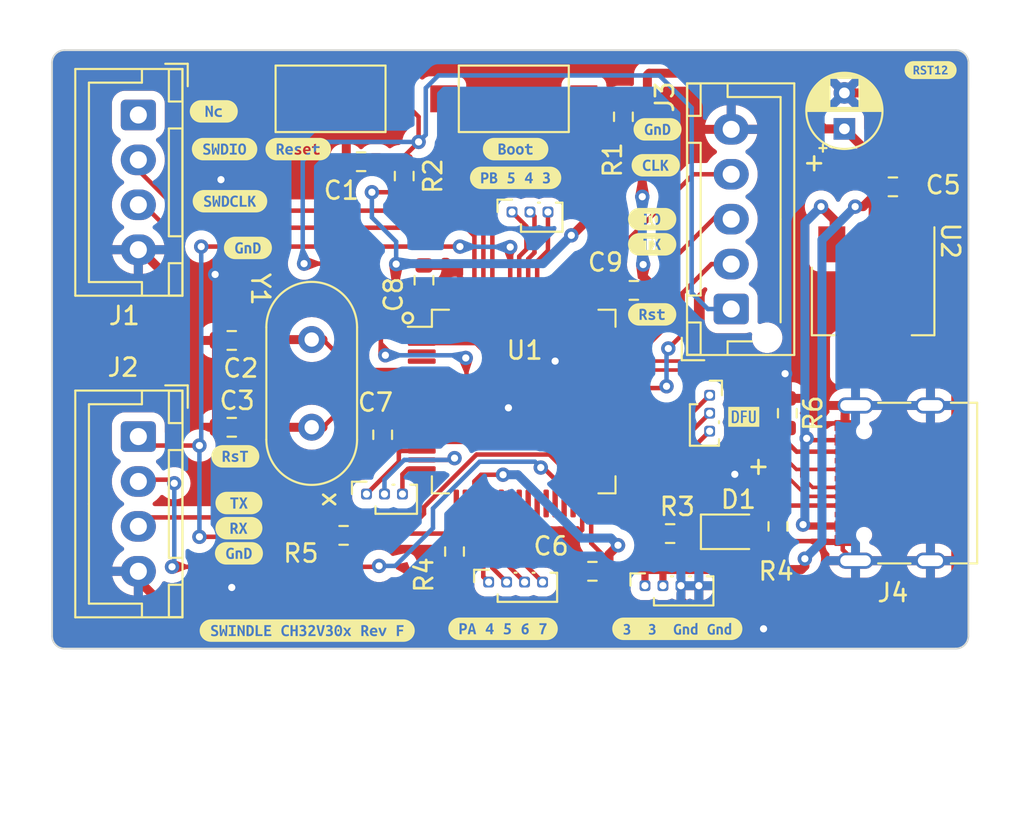
<source format=kicad_pcb>
(kicad_pcb (version 20240108) (generator "pcbnew") (generator_version "8.0")
  (layers (0 "F.Cu" signal) (31 "B.Cu" signal) (34 "B.Paste" user) (35 "F.Paste" user) (36 "B.SilkS" user "B.Silkscreen") (37 "F.SilkS" user "F.Silkscreen") (38 "B.Mask" user) (39 "F.Mask" user) (44 "Edge.Cuts" user))
  (net 0 "")
  (net 1 "+3.3V")
  (net 2 "Net-(U1-PC13)")
  (net 5 "Net-(U1-PF0)")
  (net 6 "Net-(U1-PF1)")
  (net 7 "Net-(U1-NRST)")
  (net 12 "GND")
  (net 13 "unconnected-(U1-PA0-Pad14)")
  (net 14 "unconnected-(U1-PA1-Pad15)")
  (net 15 "unconnected-(U1-PA2-Pad16)")
  (net 16 "Net-(U1-PA3)")
  (net 18 "unconnected-(U1-PA4-Pad20)")
  (net 19 "unconnected-(U1-PA5-Pad21)")
  (net 20 "unconnected-(U1-PA6-Pad22)")
  (net 21 "unconnected-(U1-PA7-Pad23)")
  (net 27 "OUT_UART_TX")
  (net 28 "OUT_UART_RX")
  (net 29 "unconnected-(U1-PB12-Pad33)")
  (net 32 "unconnected-(U1-PC6-Pad37)")
  (net 37 "UART_TX")
  (net 39 "D-")
  (net 40 "D+")
  (net 41 "SWDIO")
  (net 42 "SWDCLK")
  (net 48 "unconnected-(U1-PB3-Pad55)")
  (net 49 "unconnected-(U1-PB4-Pad56)")
  (net 50 "unconnected-(U1-PB5-Pad57)")
  (net 51 "INOUT_NRESET")
  (net 53 "Net-(U1-BOOT0)")
  (net 54 "OUT_SWDIO")
  (net 55 "OUT_SWDCLK")
  (net 56 "Net-(D1-K)")
  (net 58 "Net-(BOT1-Pad1)")
  (net 59 "IN_FORCE_DFU")
  (net 61 "Net-(U2-VI)")
  (net 62 "Net-(J4-CC2)")
  (net 63 "Net-(J4-CC1)")
  (footprint "kibuzzard-65C13741" (layer "F.Cu") (at 153.2 68)
    (property "Reference" "kibuzzard-65C13741" (hide yes))
    (property "Value" "G***" (hide yes))
  )
  (footprint "kibuzzard-65C1C7F5" (layer "F.Cu") (at 113.9 72.4)
    (property "Reference" "kibuzzard-65C1C7F5" (hide yes))
    (property "Value" "G***" (hide yes))
  )
  (footprint "kibuzzard-65C1C9E5" (layer "F.Cu") (at 130.1 72.4)
    (property "Reference" "kibuzzard-65C1C9E5" (hide yes))
    (property "Value" "G***" (hide yes))
  )
  (footprint "kibuzzard-65D842E2" (layer "F.Cu") (at 118.5 99.2)
    (property "Reference" "kibuzzard-65D842E2" (hide yes))
    (property "Value" "G***" (hide yes))
  )
  (footprint "Resistor_SMD:R_0603_1608Metric" (layer "F.Cu") (at 138.7 93.8)
    (property "Reference" "R3")
    (property "Value" "330")
  )
  (footprint "Resistor_SMD:R_0603_1608Metric" (layer "F.Cu") (at 151.1 74.5)
    (property "Reference" "C5")
    (property "Value" "100n")
  )
  (footprint "Connector_PinSocket_1.00mm:PinSocket_1x04_P1.00mm_Vertical" (layer "F.Cu") (at 137.3 96.7 90)
    (property "Reference" "3/3/GND/GND" (hide yes))
    (property "Value" "PinSocket_1x04_P1.00mm_Vertical")
  )
  (footprint "Resistor_SMD:R_0603_1608Metric" (layer "F.Cu") (at 134.375 95.9 180)
    (property "Reference" "C6")
    (property "Value" "100n")
  )
  (footprint "Resistor_SMD:R_0603_1608Metric" (layer "F.Cu") (at 136.1 70.6 90)
    (property "Reference" "R1")
    (property "Value" "10k")
  )
  (footprint "Button_Switch_SMD:SW_SPST_CK_RS282G05A3" (layer "F.Cu") (at 119.8 69.6 180)
    (property "Reference" "RST1" (hide yes))
    (property "Value" "SW_DIP_x01")
  )
  (footprint "Resistor_SMD:R_0603_1608Metric" (layer "F.Cu") (at 122.7 88.3 90)
    (property "Reference" "C7")
    (property "Value" "100n")
  )
  (footprint "kibuzzard-65C1C8EE" (layer "F.Cu") (at 137.9 73.3)
    (property "Reference" "kibuzzard-65C1C8EE" (hide yes))
    (property "Value" "G***" (hide yes))
  )
  (footprint "kibuzzard-65C1C789" (layer "F.Cu") (at 115.2 77.9)
    (property "Reference" "kibuzzard-65C1C789" (hide yes))
    (property "Value" "G***" (hide yes))
  )
  (footprint "Package_TO_SOT_SMD:SOT-223" (layer "F.Cu") (at 150 80.85 -90)
    (property "Reference" "U2")
    (property "Value" "LM1117-3.3")
  )
  (footprint "Button_Switch_SMD:SW_SPST_CK_RS282G05A3" (layer "F.Cu") (at 130 69.6 180)
    (property "Reference" "BOT1" (hide yes))
    (property "Value" "SW_DIP_x01")
  )
  (footprint "kibuzzard-65C1C729" (layer "F.Cu") (at 114.7 92.1)
    (property "Reference" "kibuzzard-65C1C729" (hide yes))
    (property "Value" "G***" (hide yes))
  )
  (footprint "Connector_JST:JST_XH_B4B-XH-A_1x04_P2.50mm_Vertical" (layer "F.Cu") (at 109.1 88.4 -90)
    (property "Reference" "J2")
    (property "Value" "BMP Debug2")
  )
  (footprint "kibuzzard-65C281F8" (layer "F.Cu") (at 139.1 99.1)
    (property "Reference" "kibuzzard-65C281F8" (hide yes))
    (property "Value" "G***" (hide yes))
  )
  (footprint "Resistor_SMD:R_0603_1608Metric" (layer "F.Cu") (at 145.225 87.1 -90)
    (property "Reference" "R6")
    (property "Value" "5.1k")
  )
  (footprint "Resistor_SMD:R_0603_1608Metric" (layer "F.Cu") (at 121.5 73.1 180)
    (property "Reference" "C1")
    (property "Value" "100n")
  )
  (footprint "kibuzzard-65C1C9D7" (layer "F.Cu") (at 118 72.4)
    (property "Reference" "kibuzzard-65C1C9D7" (hide yes))
    (property "Value" "G***" (hide yes))
  )
  (footprint "Diode_SMD:D_0805_2012Metric" (layer "F.Cu") (at 142.1 93.7)
    (property "Reference" "D1")
    (property "Value" "LED")
  )
  (footprint "Resistor_SMD:R_0603_1608Metric" (layer "F.Cu") (at 126.7 94.8 90)
    (property "Reference" "R4")
    (property "Value" "10k")
  )
  (footprint "kibuzzard-65C1C718" (layer "F.Cu") (at 114.7 93.5)
    (property "Reference" "kibuzzard-65C1C718" (hide yes))
    (property "Value" "G***" (hide yes))
  )
  (footprint "Connector_PinSocket_1.00mm:PinSocket_1x04_P1.00mm_Vertical" (layer "F.Cu") (at 128.6 96.5 90)
    (property "Reference" "PA4567" (hide yes))
    (property "Value" "PinSocket_1x04_P1.00mm_Vertical")
  )
  (footprint "Connector_PinSocket_1.00mm:PinSocket_1x03_P1.00mm_Vertical" (layer "F.Cu") (at 140.9 86.1)
    (property "Reference" "x2" (hide yes))
    (property "Value" "PinSocket_1x03_P1.00mm_Vertical")
  )
  (footprint "Capacitor_THT:CP_Radial_D4.0mm_P2.00mm" (layer "F.Cu") (at 148.4 71.2726 90)
    (property "Reference" "C4" (hide yes))
    (property "Value" "100u")
  )
  (footprint "Connector_PinSocket_1.00mm:PinSocket_1x03_P1.00mm_Vertical" (layer "F.Cu") (at 121.8 91.6 90)
    (property "Reference" "x")
    (property "Value" "PinSocket_1x03_P1.00mm_Vertical")
  )
  (footprint "Resistor_SMD:R_0603_1608Metric" (layer "F.Cu") (at 125 79.7 90)
    (property "Reference" "C8")
    (property "Value" "100n")
  )
  (footprint "kibuzzard-65C1C972" (layer "F.Cu") (at 137.7 81.6)
    (property "Reference" "kibuzzard-65C1C972" (hide yes))
    (property "Value" "G***" (hide yes))
  )
  (footprint "kibuzzard-65C1C789" (layer "F.Cu") (at 138 71.3)
    (property "Reference" "kibuzzard-65C1C789" (hide yes))
    (property "Value" "G***" (hide yes))
  )
  (footprint "Resistor_SMD:R_0603_1608Metric" (layer "F.Cu") (at 144.7 93.4 90)
    (property "Reference" "R4")
    (property "Value" "5.1k")
  )
  (footprint "Resistor_SMD:R_0603_1608Metric" (layer "F.Cu") (at 123.9 73.9 90)
    (property "Reference" "R2")
    (property "Value" "10k")
  )
  (footprint "Resistor_SMD:R_0603_1608Metric" (layer "F.Cu") (at 114.3 87.884 180)
    (property "Reference" "C3")
    (property "Value" "10pf")
  )
  (footprint "Connector_JST:JST_XH_B4B-XH-A_1x04_P2.50mm_Vertical" (layer "F.Cu") (at 109.1 70.5 -90)
    (property "Reference" "J1")
    (property "Value" "BMP Debug1")
  )
  (footprint "kibuzzard-65C1C789" (layer "F.Cu") (at 114.7 94.9)
    (property "Reference" "kibuzzard-65C1C789" (hide yes))
    (property "Value" "G***" (hide yes))
  )
  (footprint "kibuzzard-65C281E1" (layer "F.Cu") (at 129.4 99.1)
    (property "Reference" "kibuzzard-65C281E1" (hide yes))
    (property "Value" "G***" (hide yes))
  )
  (footprint "kibuzzard-65C1C918" (layer "F.Cu") (at 137.7 76.3)
    (property "Reference" "kibuzzard-65C1C918" (hide yes))
    (property "Value" "G***" (hide yes))
  )
  (footprint "Connector_USB:USB_C_Receptacle_Palconn_UTC16-G" (layer "F.Cu") (at 150.95 90.99 90)
    (property "Reference" "J4")
    (property "Value" "USB_C_Receptacle")
  )
  (footprint "Resistor_SMD:R_0603_1608Metric" (layer "F.Cu") (at 136.68 80.264 180)
    (property "Reference" "C9")
    (property "Value" "100n")
  )
  (footprint "kibuzzard-65C1C86E" (layer "F.Cu") (at 113.3 70.3)
    (property "Reference" "kibuzzard-65C1C86E" (hide yes))
    (property "Value" "G***" (hide yes))
  )
  (footprint "kibuzzard-65C1C92F" (layer "F.Cu") (at 137.7 77.7)
    (property "Reference" "kibuzzard-65C1C92F" (hide yes))
    (property "Value" "G***" (hide yes))
  )
  (footprint "Crystal:Crystal_HC49-U_Vertical" (layer "F.Cu") (at 118.75 83 -90)
    (property "Reference" "Y1")
    (property "Value" "Crystal")
  )
  (footprint "Resistor_SMD:R_0603_1608Metric" (layer "F.Cu") (at 114.3 83.05 180)
    (property "Reference" "C2")
    (property "Value" "10pf")
  )
  (footprint "Resistor_SMD:R_0603_1608Metric" (layer "F.Cu") (at 120.525 93.9)
    (property "Reference" "R5")
    (property "Value" "1k")
  )
  (footprint "Package_QFP:LQFP-64_10x10mm_P0.5mm" (layer "F.Cu") (at 130.55 86.45)
    (property "Reference" "U1")
    (property "Value" "CH32V303RCT6")
  )
  (footprint "kibuzzard-65C1C805" (layer "F.Cu") (at 114.2 75.3)
    (property "Reference" "kibuzzard-65C1C805" (hide yes))
    (property "Value" "G***" (hide yes))
  )
  (footprint "kibuzzard-65D8420C" (layer "F.Cu") (at 130.1 74)
    (property "Reference" "kibuzzard-65D8420C" (hide yes))
    (property "Value" "G***" (hide yes))
  )
  (footprint "kibuzzard-65C1C7A6" (layer "F.Cu") (at 114.5 89.5)
    (property "Reference" "kibuzzard-65C1C7A6" (hide yes))
    (property "Value" "G***" (hide yes))
  )
  (footprint "kibuzzard-6534F947" (layer "F.Cu") (at 142.8 87.3)
    (property "Reference" "kibuzzard-6534F947" (hide yes))
    (property "Value" "G***" (hide yes))
  )
  (footprint "Connector_PinSocket_1.00mm:PinSocket_1x03_P1.00mm_Vertical" (layer "F.Cu") (at 129.9 75.9 90)
    (property "Reference" "PB567" (hide yes))
    (property "Value" "PIN1X3")
  )
  (footprint "Connector_JST:JST_XH_B5B-XH-AM_1x05_P2.50mm_Vertical" (layer "F.Cu") (at 142.1 81.3 90)
    (property "Reference" "J3")
    (property "Value" "Debug port")
  )
  (gr_circle (center 124.1 81.8) (end 123.9 81.6) (stroke (width 0.15)) (fill none) (layer "F.SilkS"))
  (gr_line (start 105.000001 100.199999) (end 154.599999 100.199999) (stroke (width 0.1)) (layer "Edge.Cuts"))
  (gr_line (start 104.294975 67.594975) (end 104.300001 99.499999) (stroke (width 0.1)) (layer "Edge.Cuts"))
  (gr_arc (start 154.605025 66.894975) (mid 155.1 67.1) (end 155.305025 67.594975) (stroke (width 0.1)) (layer "Edge.Cuts"))
  (gr_line (start 154.605025 66.894975) (end 104.994975 66.894975) (stroke (width 0.1)) (layer "Edge.Cuts"))
  (gr_arc (start 105.000001 100.199999) (mid 104.505026 99.994974) (end 104.300001 99.499999) (stroke (width 0.1)) (layer "Edge.Cuts"))
  (gr_arc (start 155.299999 99.499999) (mid 155.094974 99.994974) (end 154.599999 100.199999) (stroke (width 0.1)) (layer "Edge.Cuts"))
  (gr_line (start 155.299999 99.499999) (end 155.305025 67.594975) (stroke (width 0.1)) (layer "Edge.Cuts"))
  (gr_arc (start 104.294975 67.594975) (mid 104.5 67.1) (end 104.994975 66.894975) (stroke (width 0.1)) (layer "Edge.Cuts"))
  (gr_text "+" (at 142.9 90.6 0) (layer "F.SilkS") (effects (font (size 1 1)) (justify left bottom)))
  (gr_text "+" (at 146 73.7 0) (layer "F.SilkS") (effects (font (size 1 1)) (justify left bottom)))
  (segment (start 124.875 80.8) (end 123.55 80.8) (width 0.25) (layer "F.Cu") (net 1))
  (segment (start 147.2726 71.2726) (end 146.65 70.65) (width 0.5) (layer "F.Cu") (net 1))
  (segment (start 137.16 78.865) (end 137.2 78.825) (width 0.25) (layer "F.Cu") (net 1))
  (segment (start 135.298 95.802) (end 135.298 94.952) (width 0.5) (layer "F.Cu") (net 1))
  (segment (start 123.425 78.825) (end 123.45 78.8) (width 0.25) (layer "F.Cu") (net 1))
  (segment (start 137.435 71.4) (end 137.435 68.275) (width 0.5) (layer "F.Cu") (net 1))
  (segment (start 150 72.8726) (end 148.4 71.2726) (width 0.5) (layer "F.Cu") (net 1))
  (segment (start 146.2 95.2) (end 146.2 95.608) (width 0.5) (layer "F.Cu") (net 1))
  (segment (start 123.847 82.697) (end 123.425 82.275) (width 0.4) (layer "F.Cu") (net 1))
  (segment (start 135.298 95.325) (end 134.306 94.333) (width 0.25) (layer "F.Cu") (net 1))
  (segment (start 135.8 94.45) (end 135.7 94.45) (width 0.5) (layer "F.Cu") (net 1))
  (segment (start 137.6515 80.4105) (end 137.6515 82.3125) (width 0.25) (layer "F.Cu") (net 1))
  (segment (start 138.2 95.802) (end 137.3 95.802) (width 0.5) (layer "F.Cu") (net 1))
  (segment (start 135.7 94.45) (end 135.725 94.475) (width 0.5) (layer "F.Cu") (net 1))
  (segment (start 137.267 82.697) (end 136.231 82.697) (width 0.25) (layer "F.Cu") (net 1))
  (segment (start 125.25 80.775) (end 126.8 80.775) (width 0.25) (layer "F.Cu") (net 1))
  (segment (start 123.425 78.775) (end 123.425 78.75) (width 0.25) (layer "F.Cu") (net 1))
  (segment (start 123.825 74.8) (end 123.9 74.725) (width 0.25) (layer "F.Cu") (net 1))
  (segment (start 137.2 78.825) (end 137.16 78.785) (width 0.25) (layer "F.Cu") (net 1))
  (segment (start 150 75.044) (end 150 72.8726) (width 0.5) (layer "F.Cu") (net 1))
  (segment (start 134.306 91.085312) (end 133.725 90.504312) (width 0.25) (layer "F.Cu") (net 1))
  (segment (start 129.4 90.5245) (end 128.1755 90.5245) (width 0.25) (layer "F.Cu") (net 1))
  (segment (start 137.435 73.015) (end 137.435 71.4) (width 0.5) (layer "F.Cu") (net 1))
  (segment (start 148.4 71.2726) (end 147.2726 71.2726) (width 0.5) (layer "F.Cu") (net 1))
  (segment (start 124.875 88.7) (end 123.129 88.7) (width 0.25) (layer "F.Cu") (net 1))
  (segment (start 132.372 88.697) (end 124.881 88.697) (width 0.25) (layer "F.Cu") (net 1))
  (segment (start 143.5 94.1625) (end 143.5 95.802) (width 0.25) (layer "F.Cu") (net 1))
  (segment (start 137.505 79.805) (end 137.16 79.46) (width 0.5) (layer "F.Cu") (net 1))
  (segment (start 146.65 70.65) (end 146.65 68.175) (width 0.5) (layer "F.Cu") (net 1))
  (segment (start 137.505 80.264) (end 137.505 79.805) (width 0.5) (layer "F.Cu") (net 1))
  (segment (start 123.45 78.8) (end 123.425 78.775) (width 0.25) (layer "F.Cu") (net 1))
  (segment (start 137.15 73.3) (end 137.435 73.015) (width 0.5) (layer "F.Cu") (net 1))
  (segment (start 150 77.7) (end 150 75.044) (width 0.5) (layer "F.Cu") (net 1))
  (segment (start 123.425 82.275) (end 123.425 80.925) (width 0.5) (layer "F.Cu") (net 1))
  (segment (start 133.725 90.05) (end 132.372 88.697) (width 0.25) (layer "F.Cu") (net 1))
  (segment (start 133.25 77.2) (end 136.075 74.375) (width 0.5) (layer "F.Cu") (net 1))
  (segment (start 137.16 79.46) (end 137.16 78.865) (width 0.5) (layer "F.Cu") (net 1))
  (segment (start 125 80.525) (end 125.25 80.775) (width 0.25) (layer "F.Cu") (net 1))
  (segment (start 122.1 74.8) (end 123.825 74.8) (width 0.25) (layer "F.Cu") (net 1))
  (segment (start 137.535 68.175) (end 137.435 68.275) (width 0.5) (layer "F.Cu") (net 1))
  (segment (start 137.41 71.425) (end 137.435 71.4) (width 0.25) (layer "F.Cu") (net 1))
  (segment (start 138.3 96.7) (end 138.3 95.902) (width 0.4) (layer "F.Cu") (net 1))
  (segment (start 138.3 95.902) (end 138.2 95.802) (width 0.25) (layer "F.Cu") (net 1))
  (segment (start 136.075 74.375) (end 137.435 73.015) (width 0.5) (layer "F.Cu") (net 1))
  (segment (start 146.65 68.175) (end 137.535 68.175) (width 0.5) (layer "F.Cu") (net 1))
  (segment (start 136.1 71.425) (end 137.41 71.425) (width 0.25) (layer "F.Cu") (net 1))
  (segment (start 149 75.6) (end 149.444 75.6) (width 0.5) (layer "F.Cu") (net 1))
  (segment (start 146.2 95.608) (end 146.006 95.802) (width 0.5) (layer "F.Cu") (net 1))
  (segment (start 137.6515 82.3125) (end 137.267 82.697) (width 0.25) (layer "F.Cu") (net 1))
  (segment (start 143.0375 93.7) (end 143.5 94.1625) (width 0.25) (layer "F.Cu") (net 1))
  (segment (start 124.881 82.697) (end 123.847 82.697) (width 0.25) (layer "F.Cu") (net 1))
  (segment (start 137.3 96.7) (end 137.3 95.802) (width 0.4) (layer "F.Cu") (net 1))
  (segment (start 149.444 75.6) (end 150 75.044) (width 0.5) (layer "F.Cu") (net 1))
  (segment (start 123.129 88.7) (end 123.049 88.78) (width 0.25) (layer "F.Cu") (net 1))
  (segment (start 133.725 90.504312) (end 133.725 90.05) (width 0.25) (layer "F.Cu") (net 1))
  (segment (start 134.306 94.333) (end 134.306 91.085312) (width 0.25) (layer "F.Cu") (net 1))
  (segment (start 128.1755 90.5245) (end 127.806 90.894) (width 0.25) (layer "F.Cu") (net 1))
  (segment (start 137.15 75.05) (end 137.15 73.3) (width 0.5) (layer "F.Cu") (net 1))
  (segment (start 137.505 80.264) (end 137.6515 80.4105) (width 0.25) (layer "F.Cu") (net 1))
  (segment (start 137.3 95.802) (end 135.298 95.802) (width 0.5) (layer "F.Cu") (net 1))
  (segment (start 127.806 90.894) (end 127.806 92.122) (width 0.25) (layer "F.Cu") (net 1))
  (segment (start 123.425 80.925) (end 123.425 78.825) (width 0.5) (layer "F.Cu") (net 1))
  (segment (start 146.006 95.802) (end 138.2 95.802) (width 0.5) (layer "F.Cu") (net 1))
  (segment (start 135.298 94.952) (end 135.8 94.45) (width 0.5) (layer "F.Cu") (net 1))
  (segment (start 123.425 78.75) (end 123.45 78.725) (width 0.25) (layer "F.Cu") (net 1))
  (segment (start 123.55 80.8) (end 123.425 80.925) (width 0.25) (layer "F.Cu") (net 1))
  (via (at 123.45 78.8) (size 0.8) (drill 0.4) (layers "F.Cu" "B.Cu") (net 1))
  (via (at 129.4 90.5245) (size 0.8) (drill 0.4) (layers "F.Cu" "B.Cu") (net 1))
  (via (at 149 75.6) (size 0.8) (drill 0.4) (layers "F.Cu" "B.Cu") (net 1))
  (via (at 146.2 95.2) (size 0.8) (drill 0.4) (layers "F.Cu" "B.Cu") (net 1))
  (via (at 137.15 75.05) (size 0.8) (drill 0.4) (layers "F.Cu" "B.Cu") (net 1))
  (via (at 137.2 78.825) (size 0.8) (drill 0.4) (layers "F.Cu" "B.Cu") (net 1))
  (via (at 122.1 74.8) (size 0.8) (drill 0.4) (layers "F.Cu" "B.Cu") (net 1))
  (via (at 135.8 94.45) (size 0.8) (drill 0.4) (layers "F.Cu" "B.Cu") (net 1))
  (via (at 133.2 77.2) (size 0.8) (drill 0.4) (layers "F.Cu" "B.Cu") (net 1))
  (segment (start 147.15 77.45) (end 149 75.6) (width 0.5) (layer "B.Cu") (net 1))
  (segment (start 135.4 94.05) (end 135.8 94.45) (width 0.5) (layer "B.Cu") (net 1))
  (segment (start 123.55 78.775) (end 123.575 78.775) (width 0.25) (layer "B.Cu") (net 1))
  (segment (start 130.2245 90.5245) (end 133.75 94.05) (width 0.5) (layer "B.Cu") (net 1))
  (segment (start 129.4 90.5245) (end 130.2245 90.5245) (width 0.5) (layer "B.Cu") (net 1))
  (segment (start 122.1 76.2) (end 122.1 74.8) (width 0.25) (layer "B.Cu") (net 1))
  (segment (start 133.2 77.2) (end 131.625 78.775) (width 0.5) (layer "B.Cu") (net 1))
  (segment (start 123.6 78.775) (end 123.45 78.75) (width 0.25) (layer "B.Cu") (net 1))
  (segment (start 123.45 78.75) (end 123.55 78.775) (width 0.25) (layer "B.Cu") (net 1))
  (segment (start 123.45 78.8) (end 123.45 77.55) (width 0.25) (layer "B.Cu") (net 1))
  (segment (start 146.2 95.2) (end 147.15 94.25) (width 0.5) (layer "B.Cu") (net 1))
  (segment (start 147.15 94.25) (end 147.15 77.45) (width 0.5) (layer "B.Cu") (net 1))
  (segment (start 133.75 94.05) (end 135.4 94.05) (width 0.5) (layer "B.Cu") (net 1))
  (segment (start 123.45 77.55) (end 122.1 76.2) (width 0.25) (layer "B.Cu") (net 1))
  (segment (start 137.15 75.05) (end 137.15 78.8) (width 0.5) (layer "B.Cu") (net 1))
  (segment (start 131.625 78.775) (end 123.6 78.775) (width 0.5) (layer "B.Cu") (net 1))
  (segment (start 137.875 93.675) (end 137.875 93.8) (width 0.25) (layer "F.Cu") (net 2))
  (segment (start 124.881 83.197) (end 127.891022 83.197) (width 0.25) (layer "F.Cu") (net 2))
  (segment (start 134.62 89.925978) (end 134.62 90.42) (width 0.25) (layer "F.Cu") (net 2))
  (segment (start 127.891022 83.197) (end 134.62 89.925978) (width 0.25) (layer "F.Cu") (net 2))
  (segment (start 134.62 90.42) (end 137.875 93.675) (width 0.25) (layer "F.Cu") (net 2))
  (segment (start 121.073 84.697) (end 124.881 84.697) (width 0.25) (layer "F.Cu") (net 5))
  (segment (start 119.38 83.004) (end 115.171 83.004) (width 0.5) (layer "F.Cu") (net 5))
  (segment (start 115.171 83.004) (end 115.125 83.05) (width 0.5) (layer "F.Cu") (net 5))
  (segment (start 119.38 83.004) (end 121.073 84.697) (width 0.25) (layer "F.Cu") (net 5))
  (segment (start 121.1 85.7) (end 123.534315 85.7) (width 0.25) (layer "F.Cu") (net 6))
  (segment (start 119.38 87.884) (end 120.1 87.164) (width 0.25) (layer "F.Cu") (net 6))
  (segment (start 120.1 86.7) (end 121.1 85.7) (width 0.25) (layer "F.Cu") (net 6))
  (segment (start 115.46 87.884) (end 119.38 87.884) (width 0.5) (layer "F.Cu") (net 6))
  (segment (start 124.037315 85.197) (end 124.881 85.197) (width 0.25) (layer "F.Cu") (net 6))
  (segment (start 120.1 87.164) (end 120.1 86.7) (width 0.25) (layer "F.Cu") (net 6))
  (segment (start 123.534315 85.7) (end 124.037315 85.197) (width 0.25) (layer "F.Cu") (net 6))
  (segment (start 124.881 85.697) (end 126.728 85.697) (width 0.25) (layer "F.Cu") (net 7))
  (segment (start 124.7 72) (end 124.7 70.6) (width 0.25) (layer "F.Cu") (net 7))
  (segment (start 122.35 73.075) (end 122.325 73.1) (width 0.25) (layer "F.Cu") (net 7))
  (segment (start 122.6 79.45) (end 122.6 83.8625) (width 0.25) (layer "F.Cu") (net 7))
  (segment (start 127.375 85.05) (end 127.325 84.025) (width 0.25) (layer "F.Cu") (net 7))
  (segment (start 122.875 83.85) (end 122.85 83.875) (width 0.25) (layer "F.Cu") (net 7))
  (segment (start 123.9 72.8) (end 124.7 72) (width 0.25) (layer "F.Cu") (net 7))
  (segment (start 123.9 73.075) (end 123.9 72.8) (width 0.25) (layer "F.Cu") (net 7))
  (segment (start 121.925 78.775) (end 122.6 79.45) (width 0.25) (layer "F.Cu") (net 7))
  (segment (start 118.325 78.775) (end 121.925 78.775) (width 0.25) (layer "F.Cu") (net 7))
  (segment (start 126.728 85.697) (end 127.375 85.05) (width 0.25) (layer "F.Cu") (net 7))
  (segment (start 127.325 84.025) (end 127.375 84.025) (width 0.25) (layer "F.Cu") (net 7))
  (segment (start 122.85 83.875) (end 122.875 83.9) (width 0.25) (layer "F.Cu") (net 7))
  (segment (start 123.9 73.075) (end 122.35 73.075) (width 0.25) (layer "F.Cu") (net 7))
  (segment (start 124.7 70.6) (end 123.7 69.6) (width 0.25) (layer "F.Cu") (net 7))
  (via (at 124.7 72) (size 0.8) (drill 0.4) (layers "F.Cu" "B.Cu") (net 7))
  (via (at 118.325 78.775) (size 0.8) (drill 0.4) (layers "F.Cu" "B.Cu") (net 7))
  (via (at 127.325 84.025) (size 0.8) (drill 0.4) (layers "F.Cu" "B.Cu") (net 7))
  (via (at 122.85 83.875) (size 0.8) (drill 0.4) (layers "F.Cu" "B.Cu") (net 7))
  (segment (start 139.9 70.1) (end 138.1 68.3) (width 0.25) (layer "B.Cu") (net 7))
  (segment (start 127.375 83.975) (end 127.3 83.9) (width 0.25) (layer "B.Cu") (net 7))
  (segment (start 125.8 68.3) (end 125.1 69) (width 0.25) (layer "B.Cu") (net 7))
  (segment (start 125.1 69) (end 125.1 71.6) (width 0.25) (layer "B.Cu") (net 7))
  (segment (start 125.1 71.6) (end 124.7 72) (width 0.25) (layer "B.Cu") (net 7))
  (segment (start 122.85 83.875) (end 127.275 83.875) (width 0.25) (layer "B.Cu") (net 7))
  (segment (start 118.25 78.7) (end 118.325 78.775) (width 0.25) (layer "B.Cu") (net 7))
  (segment (start 118.25 73.05) (end 118.25 78.7) (width 0.25) (layer "B.Cu") (net 7))
  (segment (start 138.1 68.3) (end 125.8 68.3) (width 0.25) (layer "B.Cu") (net 7))
  (segment (start 118.25 73.05) (end 119.3 72) (width 0.25) (layer "B.Cu") (net 7))
  (segment (start 142.1 81.3) (end 140.8 81.3) (width 0.25) (layer "B.Cu") (net 7))
  (segment (start 139.9 80.4) (end 139.9 70.1) (width 0.25) (layer "B.Cu") (net 7))
  (segment (start 127.275 83.875) (end 127.375 83.975) (width 0.25) (layer "B.Cu") (net 7))
  (segment (start 140.8 81.3) (end 139.9 80.4) (width 0.25) (layer "B.Cu") (net 7))
  (segment (start 119.3 72) (end 124.7 72) (width 0.25) (layer "B.Cu") (net 7))
  (segment (start 139.9 98.044) (end 110.744 98.044) (width 0.5) (layer "F.Cu") (net 12))
  (segment (start 109.2 78) (end 109.1 78) (width 0.5) (layer "F.Cu") (net 12))
  (segment (start 136.2 80.264) (end 134.9 81.564) (width 0.25) (layer "F.Cu") (net 12))
  (segment (start 139.9 98.044) (end 139.3 97.444) (width 0.4) (layer "F.Cu") (net 12))
  (segment (start 125 78.875) (end 126.373 78.875) (width 0.25) (layer "F.Cu") (net 12))
  (segment (start 134.8 83.2) (end 133.9 82.3) (width 0.25) (layer "F.Cu") (net 12))
  (segment (start 109.2 96.5) (end 109.2 95.8) (width 0.5) (layer "F.Cu") (net 12))
  (segment (start 113.475 79.475) (end 113.375 79.375) (width 0.4) (layer "F.Cu") (net 12))
  (segment (start 123.7 88.2) (end 124.875 88.2) (width 0.25) (layer "F.Cu") (net 12))
  (segment (start 145.225 86.275) (end 145.225 85.025) (width 0.25) (layer "F.Cu") (net 12))
  (segment (start 114.3 96.8) (end 114.4 96.9) (width 0.5) (layer "F.Cu") (net 12))
  (segment (start 133.806 92.122) (end 133.806 93.594) (width 0.25) (layer "F.Cu") (net 12))
  (segment (start 132.525 82.3) (end 133.9 82.3) (width 0.5) (layer "F.Cu") (net 12))
  (segment (start 153.11 86.66) (end 154.56 86.66) (width 0.25) (layer "F.Cu") (net 12))
  (segment (start 127.3 79.802) (end 127.3 80.775) (width 0.25) (layer "F.Cu") (net 12))
  (segment (start 110.744 98.044) (end 109.2 96.5) (width 0.5) (layer "F.Cu") (net 12))
  (segment (start 148.31 94.18) (end 148.31 94.7) (width 0.25) (layer "F.Cu") (net 12))
  (segment (start 144.96 71.3) (end 145.288 71.628) (width 0.5) (layer "F.Cu") (net 12))
  (segment (start 132.3 84.2) (end 132.3 82.525) (width 0.5) (layer "F.Cu") (net 12))
  (segment (start 148.31 87.78) (end 148.31 87.26) (width 0.25) (layer "F.Cu") (net 12))
  (segment (start 145.288 71.628) (end 145.288 84.712) (width 0.5) (layer "F.Cu") (net 12))
  (segment (start 127.375 82.3) (end 132.525 82.3) (width 0.5) (layer "F.Cu") (net 12))
  (segment (start 120.5875 73.1) (end 113.8125 73.1) (width 0.5) (layer "F.Cu") (net 12))
  (segment (start 154.6 95.3) (end 153.11 95.3) (width 0.5) (layer "F.Cu") (net 12))
  (segment (start 113.4 83.125) (end 113.4 87.809) (width 0.4) (layer "F.Cu") (net 12))
  (segment (start 113.725 74.075) (end 113.725 70.175) (width 0.5) (layer "F.Cu") (net 12))
  (segment (start 148.4 69.2726) (end 151.4726 69.2726) (width 0.5) (layer "F.Cu") (net 12))
  (segment (start 154.6 84.2) (end 154.6 86.7) (width 0.5) (layer "F.Cu") (net 12))
  (segment (start 113.725 70.175) (end 114.3 69.6) (width 0.5) (layer "F.Cu") (net 12))
  (segment (start 133.1 95.9) (end 133.55 95.9) (width 0.25) (layer "F.Cu") (net 12))
  (segment (start 132.3 82.525) (end 132.525 82.3) (width 0.25) (layer "F.Cu") (net 12))
  (segment (start 154.56 86.66) (end 154.6 86.7) (width 0.25) (layer "F.Cu") (net 12))
  (segment (start 127.3 80.775) (end 127.3 82.225) (width 0.25) (layer "F.Cu") (net 12))
  (segment (start 123.32 87.82) (end 123.7 88.2) (width 0.25) (layer "F.Cu") (net 12))
  (segment (start 133.1 94.3) (end 133.1 95.9) (width 0.25) (layer "F.Cu") (net 12))
  (segment (start 126.7 95.625) (end 126.7 98.05) (width 0.5) (layer "F.Cu") (net 12))
  (segment (start 154.6 96.9) (end 153.456 98.044) (width 0.5) (layer "F.Cu") (net 12))
  (segment (start 153.456 98.044) (end 139.9 98.044) (width 0.5) (layer "F.Cu") (net 12))
  (segment (start 152.3 70.1) (end 152.3 77.7) (width 0.5) (layer "F.Cu") (net 12))
  (segment (start 154.05 83.65) (end 154.6 84.2) (width 0.5) (layer "F.Cu") (net 12))
  (segment (start 134.9 82) (end 134.6 82.3) (width 0.25) (layer "F.Cu") (net 12))
  (segment (start 154.6 86.7) (end 154.6 95.3) (width 0.5) (layer "F.Cu") (net 12))
  (segment (start 145.288 84.712) (end 145.1 84.9) (width 0.5) (layer "F.Cu") (net 12))
  (segment (start 114.4 96.9) (end 114.4 98.044) (width 0.5) (layer "F.Cu") (net 12))
  (segment (start 136.225 83.2) (end 134.8 83.2) (width 0.25) (layer "F.Cu") (net 12))
  (segment (start 154.05 79.45) (end 154.05 83.65) (width 0.5) (layer "F.Cu") (net 12))
  (segment (start 113.4 87.959) (end 113.475 87.884) (width 0.4) (layer "F.Cu") (net 12))
  (segment (start 133.1 97.572) (end 132.725 97.947) (width 0.25) (layer "F.Cu") (net 12))
  (segment (start 154.6 95.3) (end 154.6 96.9) (width 0.5) (layer "F.Cu") (net 12))
  (segment (start 133.806 93.594) (end 133.1 94.3) (width 0.25) (layer "F.Cu") (net 12))
  (segment (start 148.31 87.26) (end 148.91 86.66) (width 0.25) (layer "F.Cu") (net 12))
  (segment (start 128.3 88.2) (end 129.7 86.8) (width 0.25) (layer "F.Cu") (net 12))
  (segment (start 145.17 94.22) (end 145.075 94.125) (width 0.25) (layer "F.Cu") (net 12))
  (segment (start 113.7 74.1) (end 113.725 74.075) (width 0.5) (layer "F.Cu") (net 12))
  (segment (start 122.225 87.475) (end 122.7 87.475) (width 0.25) (layer "F.Cu") (net 12))
  (segment (start 148.91 86.66) (end 153.11 86.66) (width 0.25) (layer "F.Cu") (net 12))
  (segment (start 133.9 82.3) (end 134.6 82.3) (width 0.5) (layer "F.Cu") (net 12))
  (segment (start 140.3 97.644) (end 139.9 98.044) (width 0.4) (layer "F.Cu") (net 12))
  (segment (start 142.1 71.3) (end 144.96 71.3) (width 0.5) (layer "F.Cu") (net 12))
  (segment (start 139.3 97.444) (end 139.3 96.9) (width 0.4) (layer "F.Cu") (net 12))
  (segment (start 133.1 95.9) (end 133.1 97.572) (width 0.25) (layer "F.Cu") (net 12))
  (segment (start 148.31 94.7) (end 148.91 95.3) (width 0.25) (layer "F.Cu") (net 12))
  (segment (start 113.4 87.809) (end 113.475 87.884) (width 0.4) (layer "F.Cu") (net 12))
  (segment (start 123.049 87.82) (end 123.32 87.82) (width 0.25) (layer "F.Cu") (net 12))
  (segment (start 145.225 85.025) (end 145.1 84.9) (width 0.25) (layer "F.Cu") (net 12))
  (segment (start 114.3 69.6) (end 115.9 69.6) (width 0.5) (layer "F.Cu") (net 12))
  (segment (start 113.475 83.05) (end 113.4 83.125) (width 0.4) (layer "F.Cu") (net 12))
  (segment (start 148.91 95.3) (end 153.11 95.3) (width 0.25) (layer "F.Cu") (net 12))
  (segment (start 126.373 78.875) (end 127.3 79.802) (width 0.25) (layer "F.Cu") (net 12))
  (segment (start 113.475 83.05) (end 113.475 79.475) (width 0.4) (layer "F.Cu") (net 12))
  (segment (start 152.3 77.7) (end 154.05 79.45) (width 0.5) (layer "F.Cu") (net 12))
  (segment (start 148.3 94.22) (end 145.17 94.22) (width 0.25) (layer "F.Cu") (net 12))
  (segment (start 111.4 80.2) (end 109.2 78) (width 0.5) (layer "F.Cu") (net 12))
  (segment (start 124.875 88.2) (end 128.3 88.2) (width 0.25) (layer "F.Cu") (net 12))
  (segment (start 113.3 80.2) (end 111.4 80.2) (width 0.5) (layer "F.Cu") (net 12))
  (segment (start 140.3 96.9) (end 140.3 97.644) (width 0.4) (layer "F.Cu") (net 12))
  (segment (start 134.9 81.564) (end 134.9 82) (width 0.25) (layer "F.Cu") (net 12))
  (segment (start 151.4726 69.2726) (end 152.3 70.1) (width 0.5) (layer "F.Cu") (net 12))
  (via (at 145.1 84.9) (size 0.8) (drill 0.4) (layers "F.Cu" "B.Cu") (net 12))
  (via (at 129.7 86.8) (size 0.8) (drill 0.4) (layers "F.Cu" "B.Cu") (net 12))
  (via (at 132.3 84.2) (size 0.8) (drill 0.4) (layers "F.Cu" "B.Cu") (net 12))
  (via (at 142.3 90.5) (size 0.8) (drill 0.4) (layers "F.Cu" "B.Cu") (net 12))
  (via (at 143.9 99.1) (size 0.8) (drill 0.4) (layers "F.Cu" "B.Cu") (net 12))
  (via (at 113.7 74.1) (size 0.8) (drill 0.4) (layers "F.Cu" "B.Cu") (net 12))
  (via (at 113.375 79.375) (size 0.8) (drill 0.4) (layers "F.Cu" "B.Cu") (net 12))
  (via (at 114.3 96.8) (size 0.8) (drill 0.4) (layers "F.Cu" "B.Cu") (net 12))
  (segment (start 113.375 79.375) (end 113.775 78.975) (width 0.5) (layer "B.Cu") (net 12))
  (segment (start 132.3 84.2) (end 132.3 84.15) (width 0.25) (layer "B.Cu") (net 12))
  (segment (start 132.35 84.2) (end 132.3 84.2) (width 0.25) (layer "B.Cu") (net 12))
  (segment (start 142.8 84.9) (end 145.1 84.9) (width 0.5) (layer "B.Cu") (net 12))
  (segment (start 143.9 92.2) (end 142.3 90.6) (width 0.25) (layer "B.Cu") (net 12))
  (segment (start 114.4 96.7) (end 114.3 96.8) (width 0.5) (layer "B.Cu") (net 12))
  (segment (start 143.9 99.1) (end 143.9 92.2) (width 0.25) (layer "B.Cu") (net 12))
  (segment (start 132.3 84.2) (end 129.8 86.7) (width 0.25) (layer "B.Cu") (net 12))
  (segment (start 132.3 84.15) (end 132.375 84.225) (width 0.25) (layer "B.Cu") (net 12))
  (segment (start 114.4 90.8) (end 114.4 96.7) (width 0.5) (layer "B.Cu") (net 12))
  (segment (start 113.775 78.975) (end 113.775 74.15) (width 0.5) (layer "B.Cu") (net 12))
  (segment (start 139.8 81.9) (end 142.8 84.9) (width 0.5) (layer "B.Cu") (net 12))
  (segment (start 132.4 84.25) (end 132.375 84.225) (width 0.5) (layer "B.Cu") (net 12))
  (segment (start 133.1 84.2) (end 135.4 81.9) (width 0.5) (layer "B.Cu") (net 12))
  (segment (start 135.4 81.9) (end 139.8 81.9) (width 0.5) (layer "B.Cu") (net 12))
  (segment (start 132.3 84.2) (end 133.1 84.2) (width 0.5) (layer "B.Cu") (net 12))
  (segment (start 113.775 74.15) (end 113.725 74.1) (width 0.5) (layer "B.Cu") (net 12))
  (segment (start 123.7 89.2) (end 123.6 89.3) (width 0.25) (layer "F.Cu") (net 13))
  (segment (start 124.875 89.2) (end 123.7 89.2) (width 0.25) (layer "F.Cu") (net 13))
  (segment (start 123.6 89.3) (end 123.6 89.8) (width 0.25) (layer "F.Cu") (net 13))
  (segment (start 123.6 89.8) (end 121.8 91.6) (width 0.25) (layer "F.Cu") (net 13))
  (segment (start 124.875 89.7) (end 126.5 89.7) (width 0.25) (layer "F.Cu") (net 14))
  (via (at 126.7 89.6) (size 0.8) (drill 0.4) (layers "F.Cu" "B.Cu") (net 14))
  (segment (start 123.9 89.7) (end 122.8 90.8) (width 0.25) (layer "B.Cu") (net 14))
  (segment (start 122.8 90.8) (end 122.8 91.6) (width 0.25) (layer "B.Cu") (net 14))
  (segment (start 126.5 89.7) (end 123.9 89.7) (width 0.25) (layer "B.Cu") (net 14))
  (segment (start 123.8 90.5) (end 123.8 91.6) (width 0.25) (layer "F.Cu") (net 15))
  (segment (start 124.875 90.2) (end 124.1 90.2) (width 0.25) (layer "F.Cu") (net 15))
  (segment (start 124.1 90.2) (end 123.8 90.5) (width 0.25) (layer "F.Cu") (net 15))
  (segment (start 126.806 92.122) (end 126.806 93.924) (width 0.25) (layer "F.Cu") (net 16))
  (segment (start 121.425 93.8) (end 126.4575 93.8) (width 0.25) (layer "F.Cu") (net 16))
  (segment (start 128.3 96.2) (end 128.6 96.5) (width 0.25) (layer "F.Cu") (net 18))
  (segment (start 128.3 92.125) (end 128.3 96.2) (width 0.25) (layer "F.Cu") (net 18))
  (segment (start 128.8 95.7) (end 129.6 96.5) (width 0.25) (layer "F.Cu") (net 19))
  (segment (start 128.8 92.125) (end 128.8 95.7) (width 0.25) (layer "F.Cu") (net 19))
  (segment (start 129.3 95.2) (end 130.6 96.5) (width 0.25) (layer "F.Cu") (net 20))
  (segment (start 129.3 92.125) (end 129.3 95.2) (width 0.25) (layer "F.Cu") (net 20))
  (segment (start 129.8 92.125) (end 129.8 94.7) (width 0.25) (layer "F.Cu") (net 21))
  (segment (start 129.8 94.7) (end 131.6 96.5) (width 0.25) (layer "F.Cu") (net 21))
  (segment (start 110.975 95.65) (end 122.45 95.65) (width 0.25) (layer "F.Cu") (net 27))
  (segment (start 110.9 90.8) (end 109.2 90.8) (width 0.25) (layer "F.Cu") (net 27))
  (segment (start 131.640185 90.1245) (end 132.806 91.290315) (width 0.25) (layer "F.Cu") (net 27))
  (segment (start 132.8 91.284315) (end 131.915685 90.4) (width 0.25) (layer "F.Cu") (net 27))
  (segment (start 111.1 91) (end 110.9 90.8) (width 0.25) (layer "F.Cu") (net 27))
  (segment (start 132.806 91.290315) (end 132.806 92.122) (width 0.25) (layer "F.Cu") (net 27))
  (segment (start 132.8 92.125) (end 132.8 91.284315) (width 0.25) (layer "F.Cu") (net 27))
  (segment (start 122.45 95.65) (end 122.5 95.6) (width 0.25) (layer "F.Cu") (net 27))
  (segment (start 131.5 90.1245) (end 131.640185 90.1245) (width 0.25) (layer "F.Cu") (net 27))
  (via (at 122.5 95.6) (size 0.8) (drill 0.4) (layers "F.Cu" "B.Cu") (net 27))
  (via (at 111.1 91) (size 0.8) (drill 0.4) (layers "F.Cu" "B.Cu") (net 27))
  (via (at 131.5 90.1245) (size 0.8) (drill 0.4) (layers "F.Cu" "B.Cu") (net 27))
  (via (at 110.975 95.65) (size 0.8) (drill 0.4) (layers "F.Cu" "B.Cu") (net 27))
  (segment (start 131.5 90.1245) (end 131.1755 89.8) (width 0.25) (layer "B.Cu") (net 27))
  (segment (start 131.1755 89.8) (end 128.1 89.8) (width 0.25) (layer "B.Cu") (net 27))
  (segment (start 123.4 95.6) (end 122.5 95.6) (width 0.25) (layer "B.Cu") (net 27))
  (segment (start 128.1 89.8) (end 125.5 92.4) (width 0.25) (layer "B.Cu") (net 27))
  (segment (start 122.6 95.6) (end 122.4 95.6) (width 0.25) (layer "B.Cu") (net 27))
  (segment (start 125.5 93.5) (end 123.4 95.6) (width 0.25) (layer "B.Cu") (net 27))
  (segment (start 111.1 91) (end 111.1 95.525) (width 0.25) (layer "B.Cu") (net 27))
  (segment (start 125.5 92.4) (end 125.5 93.5) (width 0.25) (layer "B.Cu") (net 27))
  (segment (start 111.1 95.525) (end 110.975 95.65) (width 0.25) (layer "B.Cu") (net 27))
  (segment (start 127.925305 89.4) (end 125 92.325305) (width 0.25) (layer "F.Cu") (net 28))
  (segment (start 125 92.7) (end 124.8 92.9) (width 0.25) (layer "F.Cu") (net 28))
  (segment (start 124.8 92.9) (end 109.6 92.9) (width 0.25) (layer "F.Cu") (net 28))
  (segment (start 131.985 89.4) (end 127.925305 89.4) (width 0.25) (layer "F.Cu") (net 28))
  (segment (start 133.306 90.721) (end 131.985 89.4) (width 0.25) (layer "F.Cu") (net 28))
  (segment (start 133.306 92.122) (end 133.306 90.721) (width 0.25) (layer "F.Cu") (net 28))
  (segment (start 125 92.325305) (end 125 92.7) (width 0.25) (layer "F.Cu") (net 28))
  (segment (start 109.6 92.9) (end 109.2 93.3) (width 0.25) (layer "F.Cu") (net 28))
  (segment (start 136.225 90.2) (end 138.8 90.2) (width 0.25) (layer "F.Cu") (net 29))
  (segment (start 138.8 90.2) (end 140.9 88.1) (width 0.25) (layer "F.Cu") (net 29))
  (segment (start 136.225 88.2) (end 138.8 88.2) (width 0.25) (layer "F.Cu") (net 32))
  (segment (start 138.8 88.2) (end 140.9 86.1) (width 0.25) (layer "F.Cu") (net 32))
  (segment (start 139.4 80.4) (end 139.4 82.6975) (width 0.25) (layer "F.Cu") (net 37))
  (segment (start 142.1 78.8) (end 141 78.8) (width 0.25) (layer "F.Cu") (net 37))
  (segment (start 139.4 82.6975) (end 138.6 83.4975) (width 0.25) (layer "F.Cu") (net 37))
  (segment (start 141 78.8) (end 139.4 80.4) (width 0.25) (layer "F.Cu") (net 37))
  (segment (start 138.5 85.6) (end 138.4 85.7) (width 0.25) (layer "F.Cu") (net 37))
  (segment (start 142.494 79.306) (end 142.494 78.74) (width 0.25) (layer "F.Cu") (net 37))
  (segment (start 138.4 85.7) (end 136.225 85.7) (width 0.25) (layer "F.Cu") (net 37))
  (via (at 138.6 83.4975) (size 0.8) (drill 0.4) (layers "F.Cu" "B.Cu") (net 37))
  (via (at 138.5 85.6) (size 0.8) (drill 0.4) (layers "F.Cu" "B.Cu") (net 37))
  (segment (start 138.5 85.6) (end 138.5 83.5975) (width 0.25) (layer "B.Cu") (net 37))
  (segment (start 138.5 83.5975) (end 138.6 83.4975) (width 0.25) (layer "B.Cu") (net 37))
  (segment (start 146.33 91.73) (end 143.8 89.2) (width 0.2) (layer "F.Cu") (net 39))
  (segment (start 148.31 90.73) (end 149.83 90.73) (width 0.2) (layer "F.Cu") (net 39))
  (segment (start 143.8 89.2) (end 143.8 86.4) (width 0.2) (layer "F.Cu") (net 39))
  (segment (start 150.2 91.5) (end 149.97 91.73) (width 0.2) (layer "F.Cu") (net 39))
  (segment (start 149.97 91.73) (end 146.33 91.73) (width 0.2) (layer "F.Cu") (net 39))
  (segment (start 143.8 86.4) (end 142.097 84.697) (width 0.2) (layer "F.Cu") (net 39))
  (segment (start 142.097 84.697) (end 136.231 84.697) (width 0.2) (layer "F.Cu") (net 39))
  (segment (start 150.2 91.1) (end 150.2 91.5) (width 0.2) (layer "F.Cu") (net 39))
  (segment (start 149.83 90.73) (end 150.2 91.1) (width 0.2) (layer "F.Cu") (net 39))
  (segment (start 146.03 90.23) (end 145.73 90.23) (width 0.2) (layer "F.Cu") (net 40))
  (segment (start 148.31 91.23) (end 146.63 91.23) (width 0.2) (layer "F.Cu") (net 40))
  (segment (start 146.63 91.23) (end 146.03 90.63) (width 0.2) (layer "F.Cu") (net 40))
  (segment (start 144.3 88.8) (end 144.3 85.5) (width 0.2) (layer "F.Cu") (net 40))
  (segment (start 146.03 90.63) (end 146.03 90.23) (width 0.2) (layer "F.Cu") (net 40))
  (segment (start 144.3 85.5) (end 142.997 84.197) (width 0.2) (layer "F.Cu") (net 40))
  (segment (start 148.31 90.23) (end 146.03 90.23) (width 0.2) (layer "F.Cu") (net 40))
  (segment (start 145.73 90.23) (end 144.3 88.8) (width 0.2) (layer "F.Cu") (net 40))
  (segment (start 142.997 84.197) (end 136.231 84.197) (width 0.2) (layer "F.Cu") (net 40))
  (segment (start 141.24 76.16) (end 142.414 76.16) (width 0.25) (layer "F.Cu") (net 41))
  (segment (start 138.6515 78.7485) (end 141.24 76.16) (width 0.25) (layer "F.Cu") (net 41))
  (segment (start 142.414 76.16) (end 142.494 76.24) (width 0.25) (layer "F.Cu") (net 41))
  (segment (start 137.068685 83.697) (end 138.6515 82.114185) (width 0.25) (layer "F.Cu") (net 41))
  (segment (start 136.231 83.697) (end 137.068685 83.697) (width 0.25) (layer "F.Cu") (net 41))
  (segment (start 138.6515 82.114185) (end 138.6515 78.7485) (width 0.25) (layer "F.Cu") (net 41))
  (segment (start 134.306 79.492) (end 139.998 73.8) (width 0.25) (layer "F.Cu") (net 42))
  (segment (start 139.998 73.8) (end 142.625 73.8) (width 0.25) (layer "F.Cu") (net 42))
  (segment (start 142.625 73.8) (end 142.765 73.66) (width 0.25) (layer "F.Cu") (net 42))
  (segment (start 134.306 80.772) (end 134.306 79.492) (width 0.25) (layer "F.Cu") (net 42))
  (segment (start 131.3 78.648097) (end 131.9 78.048097) (width 0.25) (layer "F.Cu") (net 48))
  (segment (start 131.3 80.775) (end 131.3 78.648097) (width 0.25) (layer "F.Cu") (net 48))
  (segment (start 131.9 78.048097) (end 131.9 75.9) (width 0.25) (layer "F.Cu") (net 48))
  (segment (start 130.8 78.511701) (end 131.15 78.161701) (width 0.25) (layer "F.Cu") (net 49))
  (segment (start 131.15 76.15) (end 130.9 75.9) (width 0.25) (layer "F.Cu") (net 49))
  (segment (start 130.8 80.775) (end 130.8 78.511701) (width 0.25) (layer "F.Cu") (net 49))
  (segment (start 131.15 78.161701) (end 131.15 76.15) (width 0.25) (layer "F.Cu") (net 49))
  (segment (start 130.7 76.7) (end 129.9 75.9) (width 0.25) (layer "F.Cu") (net 50))
  (segment (start 130.3 78.375305) (end 130.7 77.975305) (width 0.25) (layer "F.Cu") (net 50))
  (segment (start 130.7 77.975305) (end 130.7 76.7) (width 0.25) (layer "F.Cu") (net 50))
  (segment (start 130.3 80.775) (end 130.3 78.375305) (width 0.25) (layer "F.Cu") (net 50))
  (segment (start 112.5 88.9) (end 109.8 88.9) (width 0.25) (layer "F.Cu") (net 51))
  (segment (start 119.595 93.98) (end 112.5 93.98) (width 0.25) (layer "F.Cu") (net 51))
  (segment (start 129.806 77.844) (end 129.806 77.731) (width 0.25) (layer "F.Cu") (net 51))
  (segment (start 112.6 77.825) (end 127 77.825) (width 0.25) (layer "F.Cu") (net 51))
  (segment (start 119.775 93.8) (end 119.595 93.98) (width 0.25) (layer "F.Cu") (net 51))
  (segment (start 109.8 88.9) (end 109.2 88.3) (width 0.25) (layer "F.Cu") (net 51))
  (segment (start 129.8 80.775) (end 129.8 77.85) (width 0.25) (layer "F.Cu") (net 51))
  (segment (start 129.8 77.85) (end 129.806 77.844) (width 0.25) (layer "F.Cu") (net 51))
  (via (at 112.5 93.98) (size 0.8) (drill 0.4) (layers "F.Cu" "B.Cu") (net 51))
  (via (at 112.5 88.9) (size 0.8) (drill 0.4) (layers "F.Cu" "B.Cu") (net 51))
  (via (at 129.8 77.85) (size 0.8) (drill 0.4) (layers "F.Cu" "B.Cu") (net 51))
  (via (at 127 77.825) (size 0.8) (drill 0.4) (layers "F.Cu" "B.Cu") (net 51))
  (via (at 112.6 77.825) (size 0.8) (drill 0.4) (layers "F.Cu" "B.Cu") (net 51))
  (segment (start 129.8 77.85) (end 127 77.825) (width 0.25) (layer "B.Cu") (net 51))
  (segment (start 126.95 77.875) (end 126.975 77.85) (width 0.25) (layer "B.Cu") (net 51))
  (segment (start 127 77.825) (end 126.975 77.85) (width 0.25) (layer "B.Cu") (net 51))
  (segment (start 112.6 88.8) (end 112.6 77.825) (width 0.25) (layer "B.Cu") (net 51))
  (segment (start 112.5 88.9) (end 112.6 88.8) (width 0.25) (layer "B.Cu") (net 51))
  (segment (start 112.5 88.9) (end 112.5 93.98) (width 0.25) (layer "B.Cu") (net 51))
  (segment (start 126.1 69.6) (end 126.1 72.1) (width 0.25) (layer "F.Cu") (net 53))
  (segment (start 128.806 74.806) (end 128.806 80.772) (width 0.25) (layer "F.Cu") (net 53))
  (segment (start 126.1 72.1) (end 128.806 74.806) (width 0.25) (layer "F.Cu") (net 53))
  (segment (start 108.325 73.025) (end 108.575 73.025) (width 0.25) (layer "F.Cu") (net 54))
  (segment (start 128.306 80.772) (end 128.306 76.481) (width 0.25) (layer "F.Cu") (net 54))
  (segment (start 111.35 75.825) (end 127.65 75.825) (width 0.25) (layer "F.Cu") (net 54))
  (segment (start 127.65 75.825) (end 128.306 76.481) (width 0.25) (layer "F.Cu") (net 54))
  (segment (start 108.3 73) (end 108.325 73.025) (width 0.25) (layer "F.Cu") (net 54))
  (segment (start 108.55 73.025) (end 111.35 75.825) (width 0.25) (layer "F.Cu") (net 54))
  (segment (start 127.35 76.775) (end 127.806 77.231) (width 0.25) (layer "F.Cu") (net 55))
  (segment (start 110.6725 76.775) (end 127.35 76.775) (width 0.25) (layer "F.Cu") (net 55))
  (segment (start 108.3 75.5) (end 109.3975 75.5) (width 0.25) (layer "F.Cu") (net 55))
  (segment (start 109.3975 75.5) (end 110.6725 76.775) (width 0.25) (layer "F.Cu") (net 55))
  (segment (start 127.806 77.231) (end 127.806 80.772) (width 0.25) (layer "F.Cu") (net 55))
  (segment (start 139.525 93.8) (end 141.3625 93.8) (width 0.25) (layer "F.Cu") (net 56))
  (segment (start 133.9 69.6) (end 135.925 69.6) (width 0.25) (layer "F.Cu") (net 58))
  (segment (start 135.925 69.6) (end 136.1 69.775) (width 0.25) (layer "F.Cu") (net 58))
  (segment (start 138.8 89.2) (end 140.9 87.1) (width 0.25) (layer "F.Cu") (net 59))
  (segment (start 136.225 89.2) (end 138.8 89.2) (width 0.25) (layer "F.Cu") (net 59))
  (segment (start 147.828 77.572) (end 147.828 76.328) (width 0.5) (layer "F.Cu") (net 61))
  (segment (start 146.2 88.6) (end 148.29 88.6) (width 0.25) (layer "F.Cu") (net 61))
  (segment (start 146.1 93.3) (end 146.2 93.3) (width 0.4) (layer "F.Cu") (net 61))
  (segment (start 146.18 93.38) (end 146.1 93.3) (width 0.4) (layer "F.Cu") (net 61))
  (segment (start 147.828 76.328) (end 147.1 75.6) (width 0.5) (layer "F.Cu") (net 61))
  (segment (start 148.29 88.6) (end 148.31 88.58) (width 0.25) (layer "F.Cu") (net 61))
  (segment (start 148.31 93.38) (end 146.18 93.38) (width 0.4) (layer "F.Cu") (net 61))
  (via (at 147.1 75.6) (size 0.8) (drill 0.4) (layers "F.Cu" "B.Cu") (net 61))
  (via (at 146.1 93.3) (size 0.8) (drill 0.4) (layers "F.Cu" "B.Cu") (net 61))
  (via (at 146.3 88.5) (size 0.8) (drill 0.4) (layers "F.Cu" "B.Cu") (net 61))
  (segment (start 146.2 76.5) (end 147.1 75.6) (width 0.5) (layer "B.Cu") (net 61))
  (segment (start 146.2 93.3) (end 146.2 76.5) (width 0.5) (layer "B.Cu") (net 61))
  (segment (start 145.225 88.725) (end 145.225 87.925) (width 0.25) (layer "F.Cu") (net 62))
  (segment (start 148.44 89.24) (end 145.76 89.24) (width 0.25) (layer "F.Cu") (net 62))
  (segment (start 145.75 89.25) (end 145.225 88.725) (width 0.25) (layer "F.Cu") (net 62))
  (segment (start 148.44 92.24) (end 145.31 92.24) (width 0.25) (layer "F.Cu") (net 63))
  (segment (start 145.31 92.24) (end 145.075 92.475) (width 0.25) (layer "F.Cu") (net 63))
  (zone (net 12) (net_name "GND") (layer "F.Cu") (connect_pads (clearance 0.5)) (min_thickness 0.25) (fill yes (thermal_gap 0.5) (thermal_bridge_width 0.5))
    (polygon (pts (xy 101.5 64.1) (xy 158.4 64.2) (xy 158.4 101.6) (xy 101.4 101.6) (xy 101.4 64.2)))
  )
  (zone (net 12) (net_name "GND") (layer "B.Cu") (priority 1) (connect_pads (clearance 0.5)) (min_thickness 0.25) (fill yes (thermal_gap 0.5) (thermal_bridge_width 0.5))
    (polygon (pts (xy 104.2 65.6) (xy 156.6 65.5) (xy 156.7 104.6) (xy 104.1 104.8)))
  )
)
</source>
